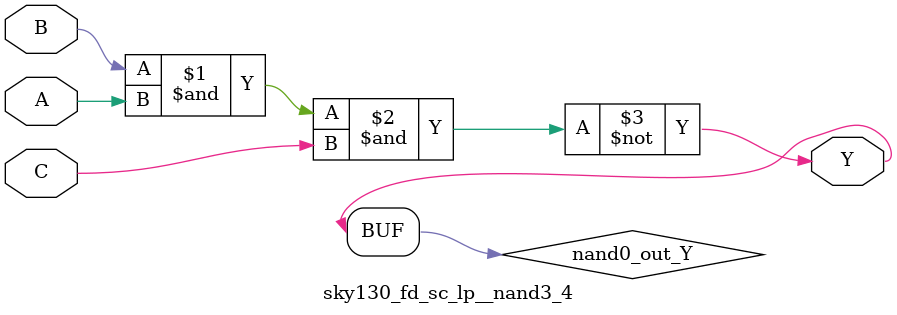
<source format=v>
/*
 * Copyright 2020 The SkyWater PDK Authors
 *
 * Licensed under the Apache License, Version 2.0 (the "License");
 * you may not use this file except in compliance with the License.
 * You may obtain a copy of the License at
 *
 *     https://www.apache.org/licenses/LICENSE-2.0
 *
 * Unless required by applicable law or agreed to in writing, software
 * distributed under the License is distributed on an "AS IS" BASIS,
 * WITHOUT WARRANTIES OR CONDITIONS OF ANY KIND, either express or implied.
 * See the License for the specific language governing permissions and
 * limitations under the License.
 *
 * SPDX-License-Identifier: Apache-2.0
*/


`ifndef SKY130_FD_SC_LP__NAND3_4_FUNCTIONAL_V
`define SKY130_FD_SC_LP__NAND3_4_FUNCTIONAL_V

/**
 * nand3: 3-input NAND.
 *
 * Verilog simulation functional model.
 */

`timescale 1ns / 1ps
`default_nettype none

`celldefine
module sky130_fd_sc_lp__nand3_4 (
    Y,
    A,
    B,
    C
);

    // Module ports
    output Y;
    input  A;
    input  B;
    input  C;

    // Local signals
    wire nand0_out_Y;

    //   Name   Output       Other arguments
    nand nand0 (nand0_out_Y, B, A, C        );
    buf  buf0  (Y          , nand0_out_Y    );

endmodule
`endcelldefine

`default_nettype wire
`endif  // SKY130_FD_SC_LP__NAND3_4_FUNCTIONAL_V

</source>
